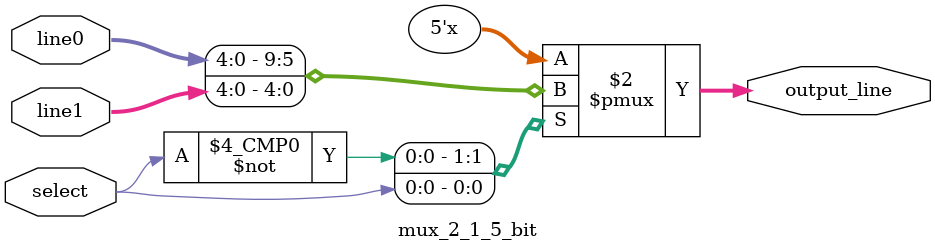
<source format=v>
module mux_2_1_5_bit(
    input [4:0] line0,
    input [4:0] line1,
    input select,
    output reg [4:0] output_line
);

    always @(line0 or line1 or select) begin
        case(select)
            0: output_line = line0;
            1: output_line = line1;
            default: output_line = 5'hx;
        endcase
    end

endmodule
</source>
